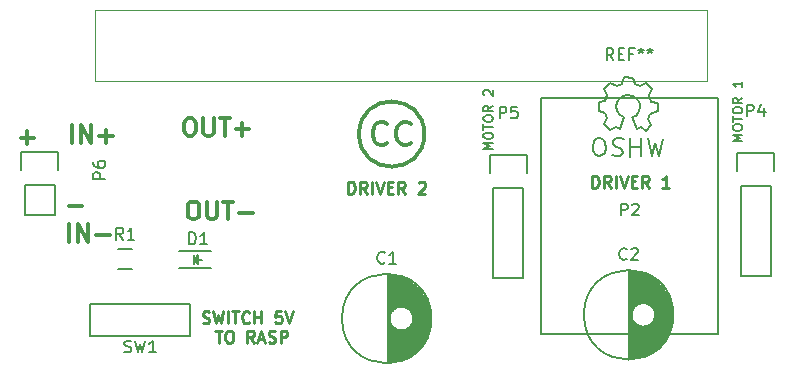
<source format=gbr>
G04 #@! TF.FileFunction,Legend,Top*
%FSLAX46Y46*%
G04 Gerber Fmt 4.6, Leading zero omitted, Abs format (unit mm)*
G04 Created by KiCad (PCBNEW 4.0.2+dfsg1-stable) date ថ្ងៃ​ច័ន្ទ ថ្ងៃ 19 ខែ មិនា ឆ្នាំ  2018, 20 ម៉ោង m នាទី 38 វិនាទី​*
%MOMM*%
G01*
G04 APERTURE LIST*
%ADD10C,0.100000*%
%ADD11C,0.300000*%
%ADD12C,0.200000*%
%ADD13C,0.250000*%
%ADD14C,0.150000*%
G04 APERTURE END LIST*
D10*
D11*
X155604489Y-104560000D02*
G75*
G03X155604489Y-104560000I-2764489J0D01*
G01*
X152469048Y-105334286D02*
X152373810Y-105429524D01*
X152088095Y-105524762D01*
X151897619Y-105524762D01*
X151611905Y-105429524D01*
X151421429Y-105239048D01*
X151326190Y-105048571D01*
X151230952Y-104667619D01*
X151230952Y-104381905D01*
X151326190Y-104000952D01*
X151421429Y-103810476D01*
X151611905Y-103620000D01*
X151897619Y-103524762D01*
X152088095Y-103524762D01*
X152373810Y-103620000D01*
X152469048Y-103715238D01*
X154469048Y-105334286D02*
X154373810Y-105429524D01*
X154088095Y-105524762D01*
X153897619Y-105524762D01*
X153611905Y-105429524D01*
X153421429Y-105239048D01*
X153326190Y-105048571D01*
X153230952Y-104667619D01*
X153230952Y-104381905D01*
X153326190Y-104000952D01*
X153421429Y-103810476D01*
X153611905Y-103620000D01*
X153897619Y-103524762D01*
X154088095Y-103524762D01*
X154373810Y-103620000D01*
X154469048Y-103715238D01*
D12*
X161411905Y-105845238D02*
X160611905Y-105845238D01*
X161183333Y-105578571D01*
X160611905Y-105311904D01*
X161411905Y-105311904D01*
X160611905Y-104778571D02*
X160611905Y-104626190D01*
X160650000Y-104549999D01*
X160726190Y-104473809D01*
X160878571Y-104435714D01*
X161145238Y-104435714D01*
X161297619Y-104473809D01*
X161373810Y-104549999D01*
X161411905Y-104626190D01*
X161411905Y-104778571D01*
X161373810Y-104854761D01*
X161297619Y-104930952D01*
X161145238Y-104969047D01*
X160878571Y-104969047D01*
X160726190Y-104930952D01*
X160650000Y-104854761D01*
X160611905Y-104778571D01*
X160611905Y-104207143D02*
X160611905Y-103750000D01*
X161411905Y-103978571D02*
X160611905Y-103978571D01*
X160611905Y-103330952D02*
X160611905Y-103178571D01*
X160650000Y-103102380D01*
X160726190Y-103026190D01*
X160878571Y-102988095D01*
X161145238Y-102988095D01*
X161297619Y-103026190D01*
X161373810Y-103102380D01*
X161411905Y-103178571D01*
X161411905Y-103330952D01*
X161373810Y-103407142D01*
X161297619Y-103483333D01*
X161145238Y-103521428D01*
X160878571Y-103521428D01*
X160726190Y-103483333D01*
X160650000Y-103407142D01*
X160611905Y-103330952D01*
X161411905Y-102188095D02*
X161030952Y-102454762D01*
X161411905Y-102645238D02*
X160611905Y-102645238D01*
X160611905Y-102340476D01*
X160650000Y-102264285D01*
X160688095Y-102226190D01*
X160764286Y-102188095D01*
X160878571Y-102188095D01*
X160954762Y-102226190D01*
X160992857Y-102264285D01*
X161030952Y-102340476D01*
X161030952Y-102645238D01*
X160688095Y-101273809D02*
X160650000Y-101235714D01*
X160611905Y-101159523D01*
X160611905Y-100969047D01*
X160650000Y-100892857D01*
X160688095Y-100854761D01*
X160764286Y-100816666D01*
X160840476Y-100816666D01*
X160954762Y-100854761D01*
X161411905Y-101311904D01*
X161411905Y-100816666D01*
X182521905Y-105145238D02*
X181721905Y-105145238D01*
X182293333Y-104878571D01*
X181721905Y-104611904D01*
X182521905Y-104611904D01*
X181721905Y-104078571D02*
X181721905Y-103926190D01*
X181760000Y-103849999D01*
X181836190Y-103773809D01*
X181988571Y-103735714D01*
X182255238Y-103735714D01*
X182407619Y-103773809D01*
X182483810Y-103849999D01*
X182521905Y-103926190D01*
X182521905Y-104078571D01*
X182483810Y-104154761D01*
X182407619Y-104230952D01*
X182255238Y-104269047D01*
X181988571Y-104269047D01*
X181836190Y-104230952D01*
X181760000Y-104154761D01*
X181721905Y-104078571D01*
X181721905Y-103507143D02*
X181721905Y-103050000D01*
X182521905Y-103278571D02*
X181721905Y-103278571D01*
X181721905Y-102630952D02*
X181721905Y-102478571D01*
X181760000Y-102402380D01*
X181836190Y-102326190D01*
X181988571Y-102288095D01*
X182255238Y-102288095D01*
X182407619Y-102326190D01*
X182483810Y-102402380D01*
X182521905Y-102478571D01*
X182521905Y-102630952D01*
X182483810Y-102707142D01*
X182407619Y-102783333D01*
X182255238Y-102821428D01*
X181988571Y-102821428D01*
X181836190Y-102783333D01*
X181760000Y-102707142D01*
X181721905Y-102630952D01*
X182521905Y-101488095D02*
X182140952Y-101754762D01*
X182521905Y-101945238D02*
X181721905Y-101945238D01*
X181721905Y-101640476D01*
X181760000Y-101564285D01*
X181798095Y-101526190D01*
X181874286Y-101488095D01*
X181988571Y-101488095D01*
X182064762Y-101526190D01*
X182102857Y-101564285D01*
X182140952Y-101640476D01*
X182140952Y-101945238D01*
X182521905Y-100116666D02*
X182521905Y-100573809D01*
X182521905Y-100345238D02*
X181721905Y-100345238D01*
X181836190Y-100421428D01*
X181912381Y-100497619D01*
X181950476Y-100573809D01*
D13*
X169811905Y-109102381D02*
X169811905Y-108102381D01*
X170050000Y-108102381D01*
X170192858Y-108150000D01*
X170288096Y-108245238D01*
X170335715Y-108340476D01*
X170383334Y-108530952D01*
X170383334Y-108673810D01*
X170335715Y-108864286D01*
X170288096Y-108959524D01*
X170192858Y-109054762D01*
X170050000Y-109102381D01*
X169811905Y-109102381D01*
X171383334Y-109102381D02*
X171050000Y-108626190D01*
X170811905Y-109102381D02*
X170811905Y-108102381D01*
X171192858Y-108102381D01*
X171288096Y-108150000D01*
X171335715Y-108197619D01*
X171383334Y-108292857D01*
X171383334Y-108435714D01*
X171335715Y-108530952D01*
X171288096Y-108578571D01*
X171192858Y-108626190D01*
X170811905Y-108626190D01*
X171811905Y-109102381D02*
X171811905Y-108102381D01*
X172145238Y-108102381D02*
X172478571Y-109102381D01*
X172811905Y-108102381D01*
X173145238Y-108578571D02*
X173478572Y-108578571D01*
X173621429Y-109102381D02*
X173145238Y-109102381D01*
X173145238Y-108102381D01*
X173621429Y-108102381D01*
X174621429Y-109102381D02*
X174288095Y-108626190D01*
X174050000Y-109102381D02*
X174050000Y-108102381D01*
X174430953Y-108102381D01*
X174526191Y-108150000D01*
X174573810Y-108197619D01*
X174621429Y-108292857D01*
X174621429Y-108435714D01*
X174573810Y-108530952D01*
X174526191Y-108578571D01*
X174430953Y-108626190D01*
X174050000Y-108626190D01*
X176335715Y-109102381D02*
X175764286Y-109102381D01*
X176050000Y-109102381D02*
X176050000Y-108102381D01*
X175954762Y-108245238D01*
X175859524Y-108340476D01*
X175764286Y-108388095D01*
X149161905Y-109602381D02*
X149161905Y-108602381D01*
X149400000Y-108602381D01*
X149542858Y-108650000D01*
X149638096Y-108745238D01*
X149685715Y-108840476D01*
X149733334Y-109030952D01*
X149733334Y-109173810D01*
X149685715Y-109364286D01*
X149638096Y-109459524D01*
X149542858Y-109554762D01*
X149400000Y-109602381D01*
X149161905Y-109602381D01*
X150733334Y-109602381D02*
X150400000Y-109126190D01*
X150161905Y-109602381D02*
X150161905Y-108602381D01*
X150542858Y-108602381D01*
X150638096Y-108650000D01*
X150685715Y-108697619D01*
X150733334Y-108792857D01*
X150733334Y-108935714D01*
X150685715Y-109030952D01*
X150638096Y-109078571D01*
X150542858Y-109126190D01*
X150161905Y-109126190D01*
X151161905Y-109602381D02*
X151161905Y-108602381D01*
X151495238Y-108602381D02*
X151828571Y-109602381D01*
X152161905Y-108602381D01*
X152495238Y-109078571D02*
X152828572Y-109078571D01*
X152971429Y-109602381D02*
X152495238Y-109602381D01*
X152495238Y-108602381D01*
X152971429Y-108602381D01*
X153971429Y-109602381D02*
X153638095Y-109126190D01*
X153400000Y-109602381D02*
X153400000Y-108602381D01*
X153780953Y-108602381D01*
X153876191Y-108650000D01*
X153923810Y-108697619D01*
X153971429Y-108792857D01*
X153971429Y-108935714D01*
X153923810Y-109030952D01*
X153876191Y-109078571D01*
X153780953Y-109126190D01*
X153400000Y-109126190D01*
X155114286Y-108697619D02*
X155161905Y-108650000D01*
X155257143Y-108602381D01*
X155495239Y-108602381D01*
X155590477Y-108650000D01*
X155638096Y-108697619D01*
X155685715Y-108792857D01*
X155685715Y-108888095D01*
X155638096Y-109030952D01*
X155066667Y-109602381D01*
X155685715Y-109602381D01*
D11*
X135921428Y-110278571D02*
X136207142Y-110278571D01*
X136350000Y-110350000D01*
X136492857Y-110492857D01*
X136564285Y-110778571D01*
X136564285Y-111278571D01*
X136492857Y-111564286D01*
X136350000Y-111707143D01*
X136207142Y-111778571D01*
X135921428Y-111778571D01*
X135778571Y-111707143D01*
X135635714Y-111564286D01*
X135564285Y-111278571D01*
X135564285Y-110778571D01*
X135635714Y-110492857D01*
X135778571Y-110350000D01*
X135921428Y-110278571D01*
X137207143Y-110278571D02*
X137207143Y-111492857D01*
X137278571Y-111635714D01*
X137350000Y-111707143D01*
X137492857Y-111778571D01*
X137778571Y-111778571D01*
X137921429Y-111707143D01*
X137992857Y-111635714D01*
X138064286Y-111492857D01*
X138064286Y-110278571D01*
X138564286Y-110278571D02*
X139421429Y-110278571D01*
X138992858Y-111778571D02*
X138992858Y-110278571D01*
X139921429Y-111207143D02*
X141064286Y-111207143D01*
X135621428Y-103228571D02*
X135907142Y-103228571D01*
X136050000Y-103300000D01*
X136192857Y-103442857D01*
X136264285Y-103728571D01*
X136264285Y-104228571D01*
X136192857Y-104514286D01*
X136050000Y-104657143D01*
X135907142Y-104728571D01*
X135621428Y-104728571D01*
X135478571Y-104657143D01*
X135335714Y-104514286D01*
X135264285Y-104228571D01*
X135264285Y-103728571D01*
X135335714Y-103442857D01*
X135478571Y-103300000D01*
X135621428Y-103228571D01*
X136907143Y-103228571D02*
X136907143Y-104442857D01*
X136978571Y-104585714D01*
X137050000Y-104657143D01*
X137192857Y-104728571D01*
X137478571Y-104728571D01*
X137621429Y-104657143D01*
X137692857Y-104585714D01*
X137764286Y-104442857D01*
X137764286Y-103228571D01*
X138264286Y-103228571D02*
X139121429Y-103228571D01*
X138692858Y-104728571D02*
X138692858Y-103228571D01*
X139621429Y-104157143D02*
X140764286Y-104157143D01*
X140192857Y-104728571D02*
X140192857Y-103585714D01*
D13*
X136833333Y-120529762D02*
X136976190Y-120577381D01*
X137214286Y-120577381D01*
X137309524Y-120529762D01*
X137357143Y-120482143D01*
X137404762Y-120386905D01*
X137404762Y-120291667D01*
X137357143Y-120196429D01*
X137309524Y-120148810D01*
X137214286Y-120101190D01*
X137023809Y-120053571D01*
X136928571Y-120005952D01*
X136880952Y-119958333D01*
X136833333Y-119863095D01*
X136833333Y-119767857D01*
X136880952Y-119672619D01*
X136928571Y-119625000D01*
X137023809Y-119577381D01*
X137261905Y-119577381D01*
X137404762Y-119625000D01*
X137738095Y-119577381D02*
X137976190Y-120577381D01*
X138166667Y-119863095D01*
X138357143Y-120577381D01*
X138595238Y-119577381D01*
X138976190Y-120577381D02*
X138976190Y-119577381D01*
X139309523Y-119577381D02*
X139880952Y-119577381D01*
X139595237Y-120577381D02*
X139595237Y-119577381D01*
X140785714Y-120482143D02*
X140738095Y-120529762D01*
X140595238Y-120577381D01*
X140500000Y-120577381D01*
X140357142Y-120529762D01*
X140261904Y-120434524D01*
X140214285Y-120339286D01*
X140166666Y-120148810D01*
X140166666Y-120005952D01*
X140214285Y-119815476D01*
X140261904Y-119720238D01*
X140357142Y-119625000D01*
X140500000Y-119577381D01*
X140595238Y-119577381D01*
X140738095Y-119625000D01*
X140785714Y-119672619D01*
X141214285Y-120577381D02*
X141214285Y-119577381D01*
X141214285Y-120053571D02*
X141785714Y-120053571D01*
X141785714Y-120577381D02*
X141785714Y-119577381D01*
X143500000Y-119577381D02*
X143023809Y-119577381D01*
X142976190Y-120053571D01*
X143023809Y-120005952D01*
X143119047Y-119958333D01*
X143357143Y-119958333D01*
X143452381Y-120005952D01*
X143500000Y-120053571D01*
X143547619Y-120148810D01*
X143547619Y-120386905D01*
X143500000Y-120482143D01*
X143452381Y-120529762D01*
X143357143Y-120577381D01*
X143119047Y-120577381D01*
X143023809Y-120529762D01*
X142976190Y-120482143D01*
X143833333Y-119577381D02*
X144166666Y-120577381D01*
X144500000Y-119577381D01*
X137904762Y-121227381D02*
X138476191Y-121227381D01*
X138190476Y-122227381D02*
X138190476Y-121227381D01*
X139000000Y-121227381D02*
X139190477Y-121227381D01*
X139285715Y-121275000D01*
X139380953Y-121370238D01*
X139428572Y-121560714D01*
X139428572Y-121894048D01*
X139380953Y-122084524D01*
X139285715Y-122179762D01*
X139190477Y-122227381D01*
X139000000Y-122227381D01*
X138904762Y-122179762D01*
X138809524Y-122084524D01*
X138761905Y-121894048D01*
X138761905Y-121560714D01*
X138809524Y-121370238D01*
X138904762Y-121275000D01*
X139000000Y-121227381D01*
X141190477Y-122227381D02*
X140857143Y-121751190D01*
X140619048Y-122227381D02*
X140619048Y-121227381D01*
X141000001Y-121227381D01*
X141095239Y-121275000D01*
X141142858Y-121322619D01*
X141190477Y-121417857D01*
X141190477Y-121560714D01*
X141142858Y-121655952D01*
X141095239Y-121703571D01*
X141000001Y-121751190D01*
X140619048Y-121751190D01*
X141571429Y-121941667D02*
X142047620Y-121941667D01*
X141476191Y-122227381D02*
X141809524Y-121227381D01*
X142142858Y-122227381D01*
X142428572Y-122179762D02*
X142571429Y-122227381D01*
X142809525Y-122227381D01*
X142904763Y-122179762D01*
X142952382Y-122132143D01*
X143000001Y-122036905D01*
X143000001Y-121941667D01*
X142952382Y-121846429D01*
X142904763Y-121798810D01*
X142809525Y-121751190D01*
X142619048Y-121703571D01*
X142523810Y-121655952D01*
X142476191Y-121608333D01*
X142428572Y-121513095D01*
X142428572Y-121417857D01*
X142476191Y-121322619D01*
X142523810Y-121275000D01*
X142619048Y-121227381D01*
X142857144Y-121227381D01*
X143000001Y-121275000D01*
X143428572Y-122227381D02*
X143428572Y-121227381D01*
X143809525Y-121227381D01*
X143904763Y-121275000D01*
X143952382Y-121322619D01*
X144000001Y-121417857D01*
X144000001Y-121560714D01*
X143952382Y-121655952D01*
X143904763Y-121703571D01*
X143809525Y-121751190D01*
X143428572Y-121751190D01*
D11*
X125535714Y-113678571D02*
X125535714Y-112178571D01*
X126250000Y-113678571D02*
X126250000Y-112178571D01*
X127107143Y-113678571D01*
X127107143Y-112178571D01*
X127821429Y-113107143D02*
X128964286Y-113107143D01*
X125785714Y-105328571D02*
X125785714Y-103828571D01*
X126500000Y-105328571D02*
X126500000Y-103828571D01*
X127357143Y-105328571D01*
X127357143Y-103828571D01*
X128071429Y-104757143D02*
X129214286Y-104757143D01*
X128642857Y-105328571D02*
X128642857Y-104185714D01*
X126621428Y-110657143D02*
X125478571Y-110657143D01*
X122571428Y-104857143D02*
X121428571Y-104857143D01*
X122000000Y-105428571D02*
X122000000Y-104285714D01*
D10*
X179510000Y-100040000D02*
X127760000Y-100040000D01*
X179510000Y-94040000D02*
X179510000Y-100040000D01*
X127760000Y-94040000D02*
X179510000Y-94040000D01*
X127760000Y-100040000D02*
X127760000Y-94040000D01*
D14*
X182390000Y-108980000D02*
X182390000Y-116600000D01*
X184930000Y-108980000D02*
X184930000Y-116600000D01*
X185210000Y-106160000D02*
X185210000Y-107710000D01*
X182390000Y-116600000D02*
X184930000Y-116600000D01*
X184930000Y-108980000D02*
X182390000Y-108980000D01*
X182110000Y-107710000D02*
X182110000Y-106160000D01*
X182110000Y-106160000D02*
X185210000Y-106160000D01*
X152495000Y-116431000D02*
X152495000Y-123929000D01*
X152635000Y-116436000D02*
X152635000Y-123924000D01*
X152775000Y-116447000D02*
X152775000Y-119734000D01*
X152775000Y-120626000D02*
X152775000Y-123913000D01*
X152915000Y-116463000D02*
X152915000Y-119524000D01*
X152915000Y-120836000D02*
X152915000Y-123897000D01*
X153055000Y-116484000D02*
X153055000Y-119391000D01*
X153055000Y-120969000D02*
X153055000Y-123876000D01*
X153195000Y-116511000D02*
X153195000Y-119300000D01*
X153195000Y-121060000D02*
X153195000Y-123849000D01*
X153335000Y-116543000D02*
X153335000Y-119238000D01*
X153335000Y-121122000D02*
X153335000Y-123817000D01*
X153475000Y-116581000D02*
X153475000Y-119199000D01*
X153475000Y-121161000D02*
X153475000Y-123779000D01*
X153615000Y-116625000D02*
X153615000Y-119182000D01*
X153615000Y-121178000D02*
X153615000Y-123735000D01*
X153755000Y-116676000D02*
X153755000Y-119184000D01*
X153755000Y-121176000D02*
X153755000Y-123684000D01*
X153895000Y-116732000D02*
X153895000Y-119206000D01*
X153895000Y-121154000D02*
X153895000Y-123628000D01*
X154035000Y-116796000D02*
X154035000Y-119249000D01*
X154035000Y-121111000D02*
X154035000Y-123564000D01*
X154175000Y-116866000D02*
X154175000Y-119317000D01*
X154175000Y-121043000D02*
X154175000Y-123494000D01*
X154315000Y-116944000D02*
X154315000Y-119416000D01*
X154315000Y-120944000D02*
X154315000Y-123416000D01*
X154455000Y-117030000D02*
X154455000Y-119561000D01*
X154455000Y-120799000D02*
X154455000Y-123330000D01*
X154595000Y-117125000D02*
X154595000Y-119800000D01*
X154595000Y-120560000D02*
X154595000Y-123235000D01*
X154735000Y-117230000D02*
X154735000Y-123130000D01*
X154875000Y-117345000D02*
X154875000Y-123015000D01*
X155015000Y-117473000D02*
X155015000Y-122887000D01*
X155155000Y-117614000D02*
X155155000Y-122746000D01*
X155295000Y-117772000D02*
X155295000Y-122588000D01*
X155435000Y-117950000D02*
X155435000Y-122410000D01*
X155575000Y-118153000D02*
X155575000Y-122207000D01*
X155715000Y-118390000D02*
X155715000Y-121970000D01*
X155855000Y-118676000D02*
X155855000Y-121684000D01*
X155995000Y-119048000D02*
X155995000Y-121312000D01*
X156135000Y-119669000D02*
X156135000Y-120691000D01*
X154670000Y-120180000D02*
G75*
G03X154670000Y-120180000I-1000000J0D01*
G01*
X156207500Y-120180000D02*
G75*
G03X156207500Y-120180000I-3787500J0D01*
G01*
X172975000Y-116121000D02*
X172975000Y-123619000D01*
X173115000Y-116126000D02*
X173115000Y-123614000D01*
X173255000Y-116137000D02*
X173255000Y-119424000D01*
X173255000Y-120316000D02*
X173255000Y-123603000D01*
X173395000Y-116153000D02*
X173395000Y-119214000D01*
X173395000Y-120526000D02*
X173395000Y-123587000D01*
X173535000Y-116174000D02*
X173535000Y-119081000D01*
X173535000Y-120659000D02*
X173535000Y-123566000D01*
X173675000Y-116201000D02*
X173675000Y-118990000D01*
X173675000Y-120750000D02*
X173675000Y-123539000D01*
X173815000Y-116233000D02*
X173815000Y-118928000D01*
X173815000Y-120812000D02*
X173815000Y-123507000D01*
X173955000Y-116271000D02*
X173955000Y-118889000D01*
X173955000Y-120851000D02*
X173955000Y-123469000D01*
X174095000Y-116315000D02*
X174095000Y-118872000D01*
X174095000Y-120868000D02*
X174095000Y-123425000D01*
X174235000Y-116366000D02*
X174235000Y-118874000D01*
X174235000Y-120866000D02*
X174235000Y-123374000D01*
X174375000Y-116422000D02*
X174375000Y-118896000D01*
X174375000Y-120844000D02*
X174375000Y-123318000D01*
X174515000Y-116486000D02*
X174515000Y-118939000D01*
X174515000Y-120801000D02*
X174515000Y-123254000D01*
X174655000Y-116556000D02*
X174655000Y-119007000D01*
X174655000Y-120733000D02*
X174655000Y-123184000D01*
X174795000Y-116634000D02*
X174795000Y-119106000D01*
X174795000Y-120634000D02*
X174795000Y-123106000D01*
X174935000Y-116720000D02*
X174935000Y-119251000D01*
X174935000Y-120489000D02*
X174935000Y-123020000D01*
X175075000Y-116815000D02*
X175075000Y-119490000D01*
X175075000Y-120250000D02*
X175075000Y-122925000D01*
X175215000Y-116920000D02*
X175215000Y-122820000D01*
X175355000Y-117035000D02*
X175355000Y-122705000D01*
X175495000Y-117163000D02*
X175495000Y-122577000D01*
X175635000Y-117304000D02*
X175635000Y-122436000D01*
X175775000Y-117462000D02*
X175775000Y-122278000D01*
X175915000Y-117640000D02*
X175915000Y-122100000D01*
X176055000Y-117843000D02*
X176055000Y-121897000D01*
X176195000Y-118080000D02*
X176195000Y-121660000D01*
X176335000Y-118366000D02*
X176335000Y-121374000D01*
X176475000Y-118738000D02*
X176475000Y-121002000D01*
X176615000Y-119359000D02*
X176615000Y-120381000D01*
X175150000Y-119870000D02*
G75*
G03X175150000Y-119870000I-1000000J0D01*
G01*
X176687500Y-119870000D02*
G75*
G03X176687500Y-119870000I-3787500J0D01*
G01*
X134829020Y-115940000D02*
X137529020Y-115940000D01*
X134829020Y-114440000D02*
X137529020Y-114440000D01*
X136329020Y-115340000D02*
X136329020Y-115090000D01*
X136329020Y-115090000D02*
X136179020Y-115240000D01*
X136079020Y-114840000D02*
X136079020Y-115540000D01*
X136429020Y-115190000D02*
X136779020Y-115190000D01*
X136079020Y-115190000D02*
X136429020Y-114840000D01*
X136429020Y-114840000D02*
X136429020Y-115540000D01*
X136429020Y-115540000D02*
X136079020Y-115190000D01*
X180490000Y-121500000D02*
X180490000Y-101500000D01*
X180490000Y-101500000D02*
X165490000Y-101500000D01*
X165490000Y-101500000D02*
X165490000Y-121500000D01*
X165490000Y-121500000D02*
X180490000Y-121500000D01*
X121480000Y-106060000D02*
X121480000Y-107610000D01*
X121760000Y-111420000D02*
X121760000Y-108880000D01*
X121760000Y-108880000D02*
X124300000Y-108880000D01*
X124580000Y-107610000D02*
X124580000Y-106060000D01*
X124580000Y-106060000D02*
X121480000Y-106060000D01*
X124300000Y-108880000D02*
X124300000Y-111420000D01*
X124300000Y-111420000D02*
X121760000Y-111420000D01*
X130870000Y-116015000D02*
X129670000Y-116015000D01*
X129670000Y-114265000D02*
X130870000Y-114265000D01*
X161450000Y-109150000D02*
X161450000Y-116770000D01*
X163990000Y-109150000D02*
X163990000Y-116770000D01*
X164270000Y-106330000D02*
X164270000Y-107880000D01*
X161450000Y-116770000D02*
X163990000Y-116770000D01*
X163990000Y-109150000D02*
X161450000Y-109150000D01*
X161170000Y-107880000D02*
X161170000Y-106330000D01*
X161170000Y-106330000D02*
X164270000Y-106330000D01*
X135770000Y-118930000D02*
X127270000Y-118930000D01*
X135770000Y-121630000D02*
X135770000Y-118930000D01*
X127270000Y-121630000D02*
X135770000Y-121630000D01*
X127270000Y-118930000D02*
X127270000Y-121630000D01*
X174518780Y-104939860D02*
X174879460Y-106410520D01*
X174879460Y-106410520D02*
X175158860Y-105348800D01*
X175158860Y-105348800D02*
X175468740Y-106420680D01*
X175468740Y-106420680D02*
X175809100Y-104970340D01*
X173098920Y-105630740D02*
X173888860Y-105620580D01*
X173888860Y-105620580D02*
X173899020Y-105630740D01*
X173899020Y-105630740D02*
X173899020Y-105620580D01*
X173939660Y-104909380D02*
X173939660Y-106451160D01*
X173050660Y-104899220D02*
X173050660Y-106468940D01*
X173050660Y-106468940D02*
X173060820Y-106458780D01*
X172499480Y-105000820D02*
X172148960Y-104919540D01*
X172148960Y-104919540D02*
X171828920Y-104909380D01*
X171828920Y-104909380D02*
X171590160Y-105110040D01*
X171590160Y-105110040D02*
X171559680Y-105379280D01*
X171559680Y-105379280D02*
X171800980Y-105620580D01*
X171800980Y-105620580D02*
X172189600Y-105750120D01*
X172189600Y-105750120D02*
X172369940Y-105910140D01*
X172369940Y-105910140D02*
X172410580Y-106209860D01*
X172410580Y-106209860D02*
X172179440Y-106430840D01*
X172179440Y-106430840D02*
X171859400Y-106458780D01*
X171859400Y-106458780D02*
X171508880Y-106349560D01*
X170470020Y-104899220D02*
X170221100Y-104919540D01*
X170221100Y-104919540D02*
X169979800Y-105160840D01*
X169979800Y-105160840D02*
X169890900Y-105651060D01*
X169890900Y-105651060D02*
X169918840Y-105999040D01*
X169918840Y-105999040D02*
X170119500Y-106319080D01*
X170119500Y-106319080D02*
X170370960Y-106441000D01*
X170370960Y-106441000D02*
X170680840Y-106369880D01*
X170680840Y-106369880D02*
X170899280Y-106189540D01*
X170899280Y-106189540D02*
X170970400Y-105729800D01*
X170970400Y-105729800D02*
X170919600Y-105320860D01*
X170919600Y-105320860D02*
X170810380Y-105038920D01*
X170810380Y-105038920D02*
X170449700Y-104909380D01*
X171069460Y-103179640D02*
X170810380Y-103740980D01*
X170810380Y-103740980D02*
X171348860Y-104259140D01*
X171348860Y-104259140D02*
X171869560Y-103989900D01*
X171869560Y-103989900D02*
X172148960Y-104149920D01*
X173589140Y-104129600D02*
X173919340Y-103939100D01*
X173919340Y-103939100D02*
X174358760Y-104269300D01*
X174358760Y-104269300D02*
X174831200Y-103779080D01*
X174831200Y-103779080D02*
X174549260Y-103299020D01*
X174549260Y-103299020D02*
X174739760Y-102829120D01*
X174739760Y-102829120D02*
X175349360Y-102641160D01*
X175349360Y-102641160D02*
X175349360Y-101960440D01*
X175349360Y-101960440D02*
X174790560Y-101820740D01*
X174790560Y-101820740D02*
X174589900Y-101249240D01*
X174589900Y-101249240D02*
X174859140Y-100779340D01*
X174859140Y-100779340D02*
X174389240Y-100268800D01*
X174389240Y-100268800D02*
X173871080Y-100530420D01*
X173871080Y-100530420D02*
X173401180Y-100329760D01*
X173401180Y-100329760D02*
X173231000Y-99788740D01*
X173231000Y-99788740D02*
X172540120Y-99770960D01*
X172540120Y-99770960D02*
X172329300Y-100319600D01*
X172329300Y-100319600D02*
X171910200Y-100489780D01*
X171910200Y-100489780D02*
X171359020Y-100220540D01*
X171359020Y-100220540D02*
X170840860Y-100748860D01*
X170840860Y-100748860D02*
X171089780Y-101289880D01*
X171089780Y-101289880D02*
X170919600Y-101769940D01*
X170919600Y-101769940D02*
X170370960Y-101869000D01*
X170370960Y-101869000D02*
X170360800Y-102570040D01*
X170360800Y-102570040D02*
X170919600Y-102770700D01*
X170919600Y-102770700D02*
X171059300Y-103169480D01*
X173200520Y-103149160D02*
X173500240Y-102999300D01*
X173500240Y-102999300D02*
X173700900Y-102801180D01*
X173700900Y-102801180D02*
X173850760Y-102399860D01*
X173850760Y-102399860D02*
X173850760Y-102001080D01*
X173850760Y-102001080D02*
X173700900Y-101650560D01*
X173700900Y-101650560D02*
X173248780Y-101300040D01*
X173248780Y-101300040D02*
X172799200Y-101249240D01*
X172799200Y-101249240D02*
X172400420Y-101350840D01*
X172400420Y-101350840D02*
X171999100Y-101698820D01*
X171999100Y-101698820D02*
X171849240Y-102150940D01*
X171849240Y-102150940D02*
X171900040Y-102648780D01*
X171900040Y-102648780D02*
X172148960Y-102951040D01*
X172148960Y-102951040D02*
X172499480Y-103149160D01*
X172499480Y-103149160D02*
X172148960Y-104149920D01*
X173200520Y-103149160D02*
X173599300Y-104149920D01*
X182921905Y-103062381D02*
X182921905Y-102062381D01*
X183302858Y-102062381D01*
X183398096Y-102110000D01*
X183445715Y-102157619D01*
X183493334Y-102252857D01*
X183493334Y-102395714D01*
X183445715Y-102490952D01*
X183398096Y-102538571D01*
X183302858Y-102586190D01*
X182921905Y-102586190D01*
X184350477Y-102395714D02*
X184350477Y-103062381D01*
X184112381Y-102014762D02*
X183874286Y-102729048D01*
X184493334Y-102729048D01*
X152253334Y-115437143D02*
X152205715Y-115484762D01*
X152062858Y-115532381D01*
X151967620Y-115532381D01*
X151824762Y-115484762D01*
X151729524Y-115389524D01*
X151681905Y-115294286D01*
X151634286Y-115103810D01*
X151634286Y-114960952D01*
X151681905Y-114770476D01*
X151729524Y-114675238D01*
X151824762Y-114580000D01*
X151967620Y-114532381D01*
X152062858Y-114532381D01*
X152205715Y-114580000D01*
X152253334Y-114627619D01*
X153205715Y-115532381D02*
X152634286Y-115532381D01*
X152920000Y-115532381D02*
X152920000Y-114532381D01*
X152824762Y-114675238D01*
X152729524Y-114770476D01*
X152634286Y-114818095D01*
X172733334Y-115127143D02*
X172685715Y-115174762D01*
X172542858Y-115222381D01*
X172447620Y-115222381D01*
X172304762Y-115174762D01*
X172209524Y-115079524D01*
X172161905Y-114984286D01*
X172114286Y-114793810D01*
X172114286Y-114650952D01*
X172161905Y-114460476D01*
X172209524Y-114365238D01*
X172304762Y-114270000D01*
X172447620Y-114222381D01*
X172542858Y-114222381D01*
X172685715Y-114270000D01*
X172733334Y-114317619D01*
X173114286Y-114317619D02*
X173161905Y-114270000D01*
X173257143Y-114222381D01*
X173495239Y-114222381D01*
X173590477Y-114270000D01*
X173638096Y-114317619D01*
X173685715Y-114412857D01*
X173685715Y-114508095D01*
X173638096Y-114650952D01*
X173066667Y-115222381D01*
X173685715Y-115222381D01*
X135690925Y-113892381D02*
X135690925Y-112892381D01*
X135929020Y-112892381D01*
X136071878Y-112940000D01*
X136167116Y-113035238D01*
X136214735Y-113130476D01*
X136262354Y-113320952D01*
X136262354Y-113463810D01*
X136214735Y-113654286D01*
X136167116Y-113749524D01*
X136071878Y-113844762D01*
X135929020Y-113892381D01*
X135690925Y-113892381D01*
X137214735Y-113892381D02*
X136643306Y-113892381D01*
X136929020Y-113892381D02*
X136929020Y-112892381D01*
X136833782Y-113035238D01*
X136738544Y-113130476D01*
X136643306Y-113178095D01*
X172251905Y-111452381D02*
X172251905Y-110452381D01*
X172632858Y-110452381D01*
X172728096Y-110500000D01*
X172775715Y-110547619D01*
X172823334Y-110642857D01*
X172823334Y-110785714D01*
X172775715Y-110880952D01*
X172728096Y-110928571D01*
X172632858Y-110976190D01*
X172251905Y-110976190D01*
X173204286Y-110547619D02*
X173251905Y-110500000D01*
X173347143Y-110452381D01*
X173585239Y-110452381D01*
X173680477Y-110500000D01*
X173728096Y-110547619D01*
X173775715Y-110642857D01*
X173775715Y-110738095D01*
X173728096Y-110880952D01*
X173156667Y-111452381D01*
X173775715Y-111452381D01*
X128582381Y-108348095D02*
X127582381Y-108348095D01*
X127582381Y-107967142D01*
X127630000Y-107871904D01*
X127677619Y-107824285D01*
X127772857Y-107776666D01*
X127915714Y-107776666D01*
X128010952Y-107824285D01*
X128058571Y-107871904D01*
X128106190Y-107967142D01*
X128106190Y-108348095D01*
X127582381Y-106919523D02*
X127582381Y-107110000D01*
X127630000Y-107205238D01*
X127677619Y-107252857D01*
X127820476Y-107348095D01*
X128010952Y-107395714D01*
X128391905Y-107395714D01*
X128487143Y-107348095D01*
X128534762Y-107300476D01*
X128582381Y-107205238D01*
X128582381Y-107014761D01*
X128534762Y-106919523D01*
X128487143Y-106871904D01*
X128391905Y-106824285D01*
X128153810Y-106824285D01*
X128058571Y-106871904D01*
X128010952Y-106919523D01*
X127963333Y-107014761D01*
X127963333Y-107205238D01*
X128010952Y-107300476D01*
X128058571Y-107348095D01*
X128153810Y-107395714D01*
X130103334Y-113492381D02*
X129770000Y-113016190D01*
X129531905Y-113492381D02*
X129531905Y-112492381D01*
X129912858Y-112492381D01*
X130008096Y-112540000D01*
X130055715Y-112587619D01*
X130103334Y-112682857D01*
X130103334Y-112825714D01*
X130055715Y-112920952D01*
X130008096Y-112968571D01*
X129912858Y-113016190D01*
X129531905Y-113016190D01*
X131055715Y-113492381D02*
X130484286Y-113492381D01*
X130770000Y-113492381D02*
X130770000Y-112492381D01*
X130674762Y-112635238D01*
X130579524Y-112730476D01*
X130484286Y-112778095D01*
X161981905Y-103232381D02*
X161981905Y-102232381D01*
X162362858Y-102232381D01*
X162458096Y-102280000D01*
X162505715Y-102327619D01*
X162553334Y-102422857D01*
X162553334Y-102565714D01*
X162505715Y-102660952D01*
X162458096Y-102708571D01*
X162362858Y-102756190D01*
X161981905Y-102756190D01*
X163458096Y-102232381D02*
X162981905Y-102232381D01*
X162934286Y-102708571D01*
X162981905Y-102660952D01*
X163077143Y-102613333D01*
X163315239Y-102613333D01*
X163410477Y-102660952D01*
X163458096Y-102708571D01*
X163505715Y-102803810D01*
X163505715Y-103041905D01*
X163458096Y-103137143D01*
X163410477Y-103184762D01*
X163315239Y-103232381D01*
X163077143Y-103232381D01*
X162981905Y-103184762D01*
X162934286Y-103137143D01*
X130216667Y-123004762D02*
X130359524Y-123052381D01*
X130597620Y-123052381D01*
X130692858Y-123004762D01*
X130740477Y-122957143D01*
X130788096Y-122861905D01*
X130788096Y-122766667D01*
X130740477Y-122671429D01*
X130692858Y-122623810D01*
X130597620Y-122576190D01*
X130407143Y-122528571D01*
X130311905Y-122480952D01*
X130264286Y-122433333D01*
X130216667Y-122338095D01*
X130216667Y-122242857D01*
X130264286Y-122147619D01*
X130311905Y-122100000D01*
X130407143Y-122052381D01*
X130645239Y-122052381D01*
X130788096Y-122100000D01*
X131121429Y-122052381D02*
X131359524Y-123052381D01*
X131550001Y-122338095D01*
X131740477Y-123052381D01*
X131978572Y-122052381D01*
X132883334Y-123052381D02*
X132311905Y-123052381D01*
X132597619Y-123052381D02*
X132597619Y-122052381D01*
X132502381Y-122195238D01*
X132407143Y-122290476D01*
X132311905Y-122338095D01*
X171615727Y-98313261D02*
X171282393Y-97837070D01*
X171044298Y-98313261D02*
X171044298Y-97313261D01*
X171425251Y-97313261D01*
X171520489Y-97360880D01*
X171568108Y-97408499D01*
X171615727Y-97503737D01*
X171615727Y-97646594D01*
X171568108Y-97741832D01*
X171520489Y-97789451D01*
X171425251Y-97837070D01*
X171044298Y-97837070D01*
X172044298Y-97789451D02*
X172377632Y-97789451D01*
X172520489Y-98313261D02*
X172044298Y-98313261D01*
X172044298Y-97313261D01*
X172520489Y-97313261D01*
X173282394Y-97789451D02*
X172949060Y-97789451D01*
X172949060Y-98313261D02*
X172949060Y-97313261D01*
X173425251Y-97313261D01*
X173949060Y-97313261D02*
X173949060Y-97551356D01*
X173710965Y-97456118D02*
X173949060Y-97551356D01*
X174187156Y-97456118D01*
X173806203Y-97741832D02*
X173949060Y-97551356D01*
X174091918Y-97741832D01*
X174710965Y-97313261D02*
X174710965Y-97551356D01*
X174472870Y-97456118D02*
X174710965Y-97551356D01*
X174949061Y-97456118D01*
X174568108Y-97741832D02*
X174710965Y-97551356D01*
X174853823Y-97741832D01*
M02*

</source>
